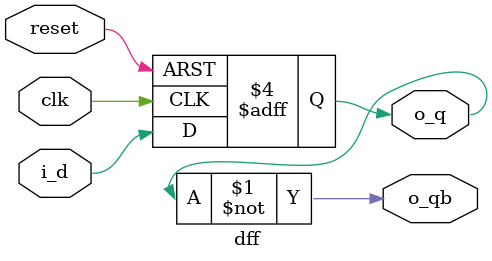
<source format=v>
`timescale 1ns / 1ns


module dff (
  input      clk,
  input      reset,
  input      i_d,
  output     o_q,
  output     o_qb
);
  reg        o_q;
  wire       o_qb;

  assign o_qb = ~o_q;

  always @(posedge clk or negedge reset)
  begin
    if (reset == 0)
    begin
      // asynchronous active low reset
      o_q <= 1'b0;
    end
    else
    begin
      o_q <= i_d;
    end
  end
endmodule
</source>
